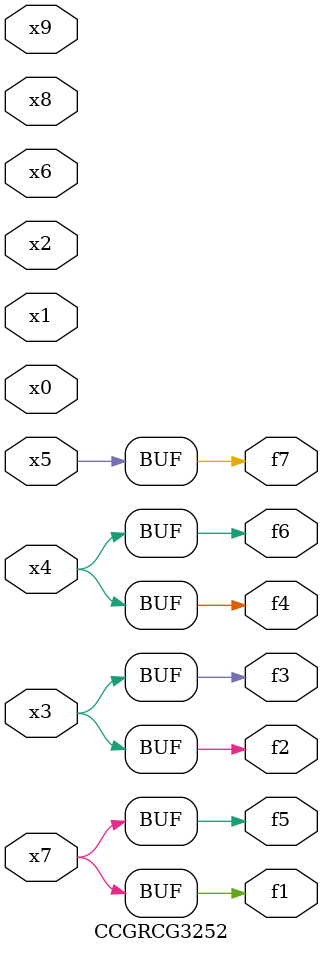
<source format=v>
module CCGRCG3252(
	input x0, x1, x2, x3, x4, x5, x6, x7, x8, x9,
	output f1, f2, f3, f4, f5, f6, f7
);
	assign f1 = x7;
	assign f2 = x3;
	assign f3 = x3;
	assign f4 = x4;
	assign f5 = x7;
	assign f6 = x4;
	assign f7 = x5;
endmodule

</source>
